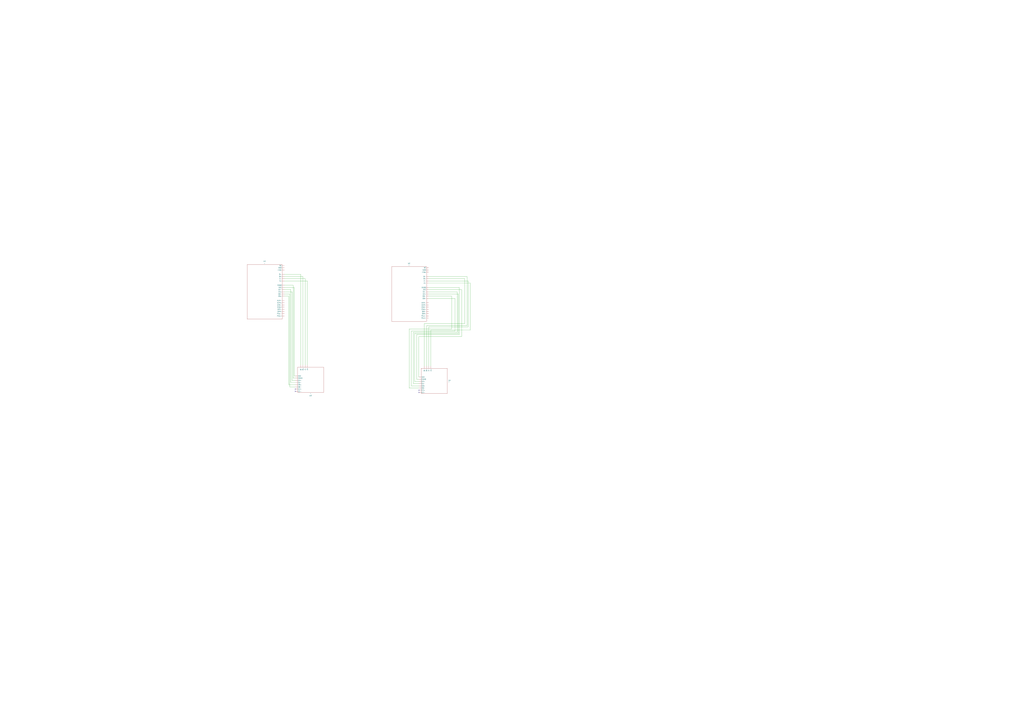
<source format=kicad_sch>
(kicad_sch (version 20231120) (generator "eeschema") (generator_version "8.0")
  (paper "A0")
  (lib_symbols
    (symbol "New_Library:CL42T"
      (property "Reference" "U" (at 0 0 0))
      (symbol "CL42T_0_1"
        (rectangle (start 1.27 63.5) (end 41.91 0))
      )
      (symbol "CL42T_1_1"
        (pin input line (at 44.45 57.15 180) (length 2.54) (name "+Vdc") (number ""))
        (pin input line (at 44.45 44.45 180) (length 2.54) (name "A+") (number ""))
        (pin input line (at 44.45 46.99 180) (length 2.54) (name "A-") (number ""))
        (pin input line (at 44.45 19.05 180) (length 2.54) (name "ALM+") (number ""))
        (pin input line (at 44.45 21.59 180) (length 2.54) (name "ALM-") (number ""))
        (pin input line (at 44.45 49.53 180) (length 2.54) (name "B+") (number ""))
        (pin input line (at 44.45 52.07 180) (length 2.54) (name "B-") (number ""))
        (pin input line (at 44.45 8.89 180) (length 2.54) (name "DIR+") (number ""))
        (pin input line (at 44.45 11.43 180) (length 2.54) (name "DIR-") (number ""))
        (pin input line (at 44.45 31.75 180) (length 2.54) (name "EA+") (number ""))
        (pin input line (at 44.45 34.29 180) (length 2.54) (name "EA-") (number ""))
        (pin input line (at 44.45 26.67 180) (length 2.54) (name "EB+") (number ""))
        (pin input line (at 44.45 29.21 180) (length 2.54) (name "EB-") (number ""))
        (pin input line (at 44.45 39.37 180) (length 2.54) (name "EGND") (number ""))
        (pin input line (at 44.45 13.97 180) (length 2.54) (name "ENA+") (number ""))
        (pin input line (at 44.45 16.51 180) (length 2.54) (name "ENA-") (number ""))
        (pin input line (at 44.45 59.69 180) (length 2.54) (name "GND") (number ""))
        (pin input line (at 44.45 62.23 180) (length 2.54) (name "NC") (number ""))
        (pin input line (at 44.45 3.81 180) (length 2.54) (name "PUL+") (number ""))
        (pin input line (at 44.45 6.35 180) (length 2.54) (name "PUL-") (number ""))
        (pin input line (at 44.45 36.83 180) (length 2.54) (name "VCC") (number ""))
      )
    )
    (symbol "New_Library:Motor"
      (property "Reference" "U" (at 0 0 0))
      (symbol "Motor_0_1"
        (rectangle (start 1.27 30.48) (end 31.75 1.27))
      )
      (symbol "Motor_1_1"
        (pin input line (at 20.32 -1.27 90) (length 2.54) (name "A+") (number ""))
        (pin input line (at 22.86 -1.27 90) (length 2.54) (name "A-") (number ""))
        (pin input line (at 25.4 -1.27 90) (length 2.54) (name "B+") (number ""))
        (pin input line (at 27.94 -1.27 90) (length 2.54) (name "B-") (number ""))
        (pin input line (at 34.29 16.51 180) (length 2.54) (name "EA+") (number ""))
        (pin input line (at 34.29 19.05 180) (length 2.54) (name "EA-") (number ""))
        (pin input line (at 34.29 21.59 180) (length 2.54) (name "EB+") (number ""))
        (pin input line (at 34.29 24.13 180) (length 2.54) (name "EB-") (number ""))
        (pin input line (at 34.29 13.97 180) (length 2.54) (name "EGND") (number ""))
        (pin input line (at 34.29 26.67 180) (length 2.54) (name "EZ+") (number ""))
        (pin input line (at 34.29 29.21 180) (length 2.54) (name "EZ-") (number ""))
        (pin input line (at 34.29 11.43 180) (length 2.54) (name "VCC") (number ""))
      )
    )
  )
  (no_connect (at 342.9 452.12))
  (no_connect (at 342.9 454.66))
  (no_connect (at 486.41 455.93))
  (no_connect (at 486.41 453.39))
  (wire (pts (xy 497.84 321.31) (xy 542.29 321.31)))
  (wire (pts (xy 500.38 383.54) (xy 500.38 425.45)))
  (wire (pts (xy 532.13 387.35) (xy 532.13 341.63)))
  (wire (pts (xy 492.76 425.45) (xy 492.76 375.92)))
  (wire (pts (xy 486.41 450.85) (xy 474.98 450.85)))
  (wire (pts (xy 330.2 331.47) (xy 340.36 331.47)))
  (wire (pts (xy 500.38 383.54) (xy 546.1 383.54)))
  (wire (pts (xy 339.09 441.96) (xy 342.9 441.96)))
  (wire (pts (xy 330.2 326.39) (xy 356.87 326.39)))
  (wire (pts (xy 495.3 425.45) (xy 495.3 378.46)))
  (wire (pts (xy 483.87 388.62) (xy 533.4 388.62)))
  (wire (pts (xy 335.28 447.04) (xy 342.9 447.04)))
  (wire (pts (xy 486.41 391.16) (xy 535.94 391.16)))
  (wire (pts (xy 486.41 448.31) (xy 477.52 448.31)))
  (wire (pts (xy 481.33 443.23) (xy 481.33 387.35)))
  (wire (pts (xy 492.76 375.92) (xy 539.75 375.92)))
  (wire (pts (xy 532.13 341.63) (xy 497.84 341.63)))
  (wire (pts (xy 486.41 445.77) (xy 480.06 445.77)))
  (wire (pts (xy 330.2 341.63) (xy 336.55 341.63)))
  (wire (pts (xy 524.51 382.27) (xy 524.51 344.17)))
  (wire (pts (xy 530.86 386.08) (xy 530.86 339.09)))
  (wire (pts (xy 330.2 336.55) (xy 337.82 336.55)))
  (wire (pts (xy 539.75 375.92) (xy 539.75 323.85)))
  (wire (pts (xy 336.55 449.58) (xy 342.9 449.58)))
  (wire (pts (xy 330.2 334.01) (xy 341.63 334.01)))
  (wire (pts (xy 336.55 341.63) (xy 336.55 449.58)))
  (wire (pts (xy 481.33 387.35) (xy 532.13 387.35)))
  (wire (pts (xy 528.32 346.71) (xy 497.84 346.71)))
  (wire (pts (xy 546.1 328.93) (xy 497.84 328.93)))
  (wire (pts (xy 533.4 388.62) (xy 533.4 334.01)))
  (wire (pts (xy 524.51 344.17) (xy 497.84 344.17)))
  (wire (pts (xy 497.84 379.73) (xy 543.56 379.73)))
  (wire (pts (xy 354.33 323.85) (xy 354.33 424.18)))
  (wire (pts (xy 356.87 326.39) (xy 356.87 424.18)))
  (wire (pts (xy 341.63 334.01) (xy 341.63 436.88)))
  (wire (pts (xy 330.2 344.17) (xy 335.28 344.17)))
  (wire (pts (xy 477.52 384.81) (xy 528.32 384.81)))
  (wire (pts (xy 486.41 440.69) (xy 483.87 440.69)))
  (wire (pts (xy 539.75 323.85) (xy 497.84 323.85)))
  (wire (pts (xy 330.2 318.77) (xy 349.25 318.77)))
  (wire (pts (xy 483.87 440.69) (xy 483.87 388.62)))
  (wire (pts (xy 495.3 378.46) (xy 542.29 378.46)))
  (wire (pts (xy 497.84 425.45) (xy 497.84 379.73)))
  (wire (pts (xy 330.2 339.09) (xy 339.09 339.09)))
  (wire (pts (xy 542.29 378.46) (xy 542.29 321.31)))
  (wire (pts (xy 474.98 450.85) (xy 474.98 382.27)))
  (wire (pts (xy 335.28 344.17) (xy 335.28 447.04)))
  (wire (pts (xy 340.36 439.42) (xy 342.9 439.42)))
  (wire (pts (xy 486.41 443.23) (xy 481.33 443.23)))
  (wire (pts (xy 480.06 445.77) (xy 480.06 386.08)))
  (wire (pts (xy 533.4 334.01) (xy 497.84 334.01)))
  (wire (pts (xy 351.79 321.31) (xy 351.79 424.18)))
  (wire (pts (xy 339.09 339.09) (xy 339.09 441.96)))
  (wire (pts (xy 530.86 339.09) (xy 497.84 339.09)))
  (wire (pts (xy 486.41 438.15) (xy 486.41 391.16)))
  (wire (pts (xy 535.94 336.55) (xy 497.84 336.55)))
  (wire (pts (xy 477.52 448.31) (xy 477.52 384.81)))
  (wire (pts (xy 543.56 326.39) (xy 497.84 326.39)))
  (wire (pts (xy 337.82 444.5) (xy 342.9 444.5)))
  (wire (pts (xy 474.98 382.27) (xy 524.51 382.27)))
  (wire (pts (xy 528.32 384.81) (xy 528.32 346.71)))
  (wire (pts (xy 340.36 331.47) (xy 340.36 439.42)))
  (wire (pts (xy 337.82 336.55) (xy 337.82 444.5)))
  (wire (pts (xy 543.56 379.73) (xy 543.56 326.39)))
  (wire (pts (xy 330.2 323.85) (xy 354.33 323.85)))
  (wire (pts (xy 330.2 321.31) (xy 351.79 321.31)))
  (wire (pts (xy 341.63 436.88) (xy 342.9 436.88)))
  (wire (pts (xy 349.25 318.77) (xy 349.25 424.18)))
  (wire (pts (xy 535.94 391.16) (xy 535.94 336.55)))
  (wire (pts (xy 546.1 383.54) (xy 546.1 328.93)))
  (wire (pts (xy 480.06 386.08) (xy 530.86 386.08)))
  (symbol (lib_id "New_Library:CL42T") (at 285.75 370.84 0) (unit 1)
    (property "Reference" "U1" (at 307.34 303.53 0))
    (property "Value" "~" (at 307.34 306.07 0))
  )
  (symbol (lib_name "New_Library:Motor") (lib_id "New_Library:Motor") (at 377.19 425.45 180) (unit 1)
    (property "Reference" "U3" (at 360.68 459.74 0))
    (property "Value" "~" (at 360.68 457.2 0))
  )
  (symbol (lib_name "New_Library:Motor") (lib_id "New_Library:Motor") (at 520.7 426.72 180) (unit 1)
    (property "Reference" "U4" (at 520.7 441.9599 0) (effects (justify right)))
    (property "Value" "~" (at 520.7 443.865 0) (effects (justify right)))
  )
  (symbol (lib_name "New_Library:CL42T") (lib_id "New_Library:CL42T") (at 453.39 373.38 0) (unit 1)
    (property "Reference" "U2" (at 474.98 306.07 0))
    (property "Value" "~" (at 474.98 308.61 0))
  )
)
</source>
